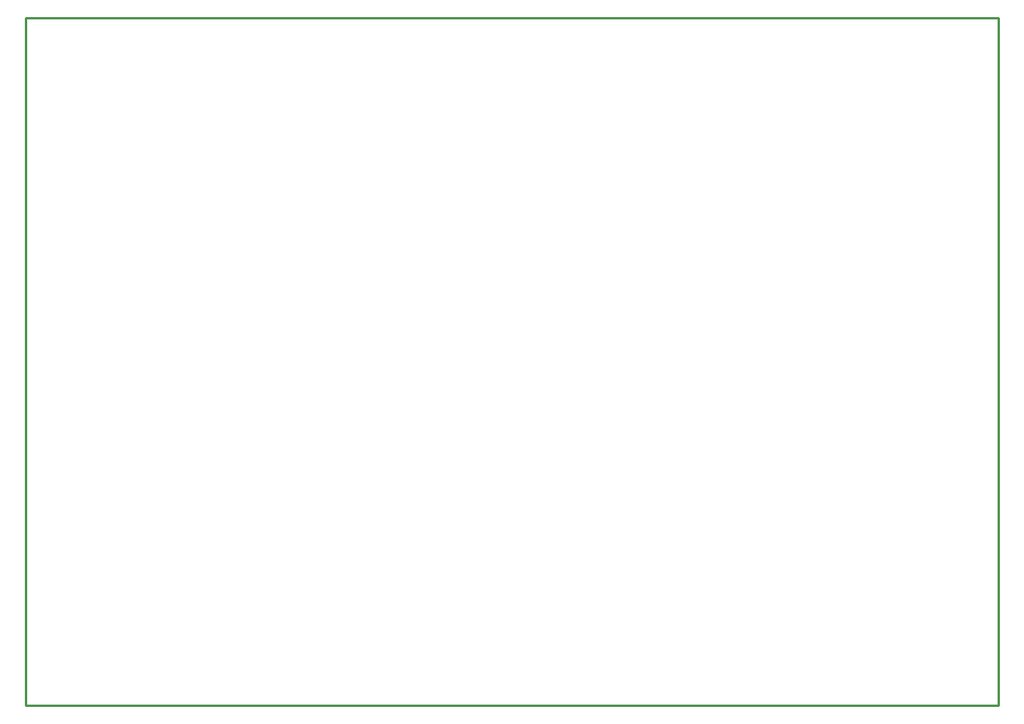
<source format=gko>
G04 Layer: BoardOutlineLayer*
G04 EasyEDA v6.5.8, 2022-08-15 07:29:34*
G04 028e3914a6f949ed9ca799ef75e4ed4f,10*
G04 Gerber Generator version 0.2*
G04 Scale: 100 percent, Rotated: No, Reflected: No *
G04 Dimensions in millimeters *
G04 leading zeros omitted , absolute positions ,4 integer and 5 decimal *
%FSLAX45Y45*%
%MOMM*%

%ADD10C,0.2540*%
D10*
X699998Y9699980D02*
G01*
X11299977Y9699980D01*
X11299977Y2199995D01*
X699998Y2199995D01*
X699998Y9699980D01*

%LPD*%
M02*

</source>
